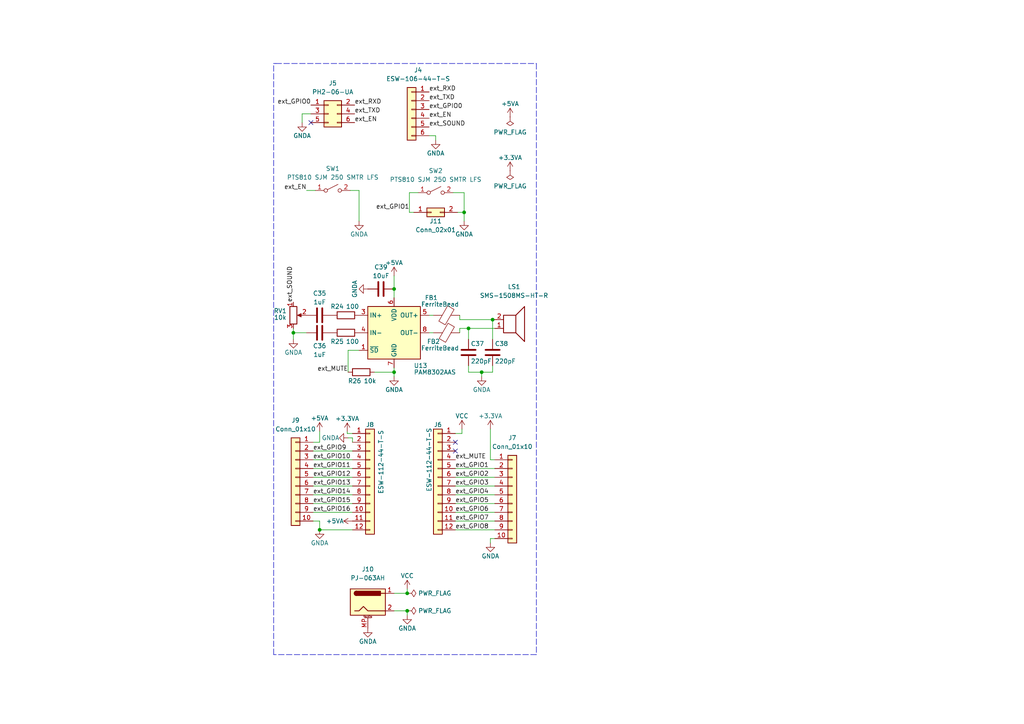
<source format=kicad_sch>
(kicad_sch (version 20211123) (generator eeschema)
  (paper "A4")
  (lib_symbols
    (symbol "Amplifier_Audio:PAM8302AAS"
      (property "Reference" "U" (at 7.62 11.43 0))
      (property "Value" "PAM8302AAS" (at 7.62 8.89 0))
      (symbol "PAM8302AAS_0_1"
        (rectangle (start -7.62 7.62) (end 7.62 -7.62) (stroke (width 0.254)) (fill (type background)))
      )
      (symbol "PAM8302AAS_1_1"
        (pin input line (at -10.16 -5.08 0) (length 2.54) (name "~{SD}") (number "1"))
        (pin no_connect line (at 7.62 -5.08 180) (length 2.54) hide (name "NC") (number "2"))
        (pin input line (at -10.16 5.08 0) (length 2.54) (name "IN+") (number "3"))
        (pin input line (at -10.16 0 0) (length 2.54) (name "IN-") (number "4"))
        (pin output line (at 10.16 5.08 180) (length 2.54) (name "OUT+") (number "5"))
        (pin power_in line (at 0 10.16 270) (length 2.54) (name "VDD") (number "6"))
        (pin power_in line (at 0 -10.16 90) (length 2.54) (name "GND") (number "7"))
        (pin output line (at 10.16 0 180) (length 2.54) (name "OUT-") (number "8"))
      )
    )
    (symbol "Connector:Barrel_Jack_MountingPin" (pin_names hide)
      (property "Reference" "J" (at 0 5.334 0))
      (property "Value" "Barrel_Jack_MountingPin" (at 1.27 -6.35 0))
      (symbol "Barrel_Jack_MountingPin_0_1"
        (rectangle (start -5.08 3.81) (end 5.08 -3.81) (stroke (width 0.254)) (fill (type background)))
        (arc (start -3.302 3.175) (mid -3.937 2.54) (end -3.302 1.905) (stroke (width 0.254)))
        (arc (start -3.302 3.175) (mid -3.937 2.54) (end -3.302 1.905) (stroke (width 0.254)) (fill (type outline)))
        (polyline (pts (xy 5.08 2.54) (xy 3.81 2.54)) (stroke (width 0.254)))
        (polyline (pts (xy -3.81 -2.54) (xy -2.54 -2.54) (xy -1.27 -1.27) (xy 0 -2.54) (xy 2.54 -2.54) (xy 5.08 -2.54)) (stroke (width 0.254)))
        (rectangle (start 3.683 3.175) (end -3.302 1.905) (stroke (width 0.254)) (fill (type outline)))
      )
      (symbol "Barrel_Jack_MountingPin_1_1"
        (polyline (pts (xy -1.016 -4.572) (xy 1.016 -4.572)) (stroke (width 0.1524)))
        (text "Mounting" (at 0 -4.191 0) (effects (font (size 0.381 0.381))))
        (pin passive line (at 7.62 2.54 180) (length 2.54) (name "~") (number "1"))
        (pin passive line (at 7.62 -2.54 180) (length 2.54) (name "~") (number "2"))
        (pin passive line (at 0 -7.62 90) (length 3.048) (name "MountPin") (number "MP"))
      )
    )
    (symbol "Connector_Generic:Conn_01x06" (pin_names (offset 1.016) hide)
      (property "Reference" "J" (at 0 7.62 0))
      (property "Value" "Conn_01x06" (at 0 -10.16 0))
      (symbol "Conn_01x06_1_1"
        (rectangle (start -1.27 -7.493) (end 0 -7.747) (stroke (width 0.1524)))
        (rectangle (start -1.27 -4.953) (end 0 -5.207) (stroke (width 0.1524)))
        (rectangle (start -1.27 -2.413) (end 0 -2.667) (stroke (width 0.1524)))
        (rectangle (start -1.27 0.127) (end 0 -0.127) (stroke (width 0.1524)))
        (rectangle (start -1.27 2.667) (end 0 2.413) (stroke (width 0.1524)))
        (rectangle (start -1.27 5.207) (end 0 4.953) (stroke (width 0.1524)))
        (rectangle (start -1.27 6.35) (end 1.27 -8.89) (stroke (width 0.254)) (fill (type background)))
        (pin passive line (at -5.08 5.08 0) (length 3.81) (name "Pin_1") (number "1"))
        (pin passive line (at -5.08 2.54 0) (length 3.81) (name "Pin_2") (number "2"))
        (pin passive line (at -5.08 0 0) (length 3.81) (name "Pin_3") (number "3"))
        (pin passive line (at -5.08 -2.54 0) (length 3.81) (name "Pin_4") (number "4"))
        (pin passive line (at -5.08 -5.08 0) (length 3.81) (name "Pin_5") (number "5"))
        (pin passive line (at -5.08 -7.62 0) (length 3.81) (name "Pin_6") (number "6"))
      )
    )
    (symbol "Connector_Generic:Conn_01x10" (pin_names (offset 1.016) hide)
      (property "Reference" "J" (at 0 12.7 0))
      (property "Value" "Conn_01x10" (at 0 -15.24 0))
      (symbol "Conn_01x10_1_1"
        (rectangle (start -1.27 -12.573) (end 0 -12.827) (stroke (width 0.1524)))
        (rectangle (start -1.27 -10.033) (end 0 -10.287) (stroke (width 0.1524)))
        (rectangle (start -1.27 -7.493) (end 0 -7.747) (stroke (width 0.1524)))
        (rectangle (start -1.27 -4.953) (end 0 -5.207) (stroke (width 0.1524)))
        (rectangle (start -1.27 -2.413) (end 0 -2.667) (stroke (width 0.1524)))
        (rectangle (start -1.27 0.127) (end 0 -0.127) (stroke (width 0.1524)))
        (rectangle (start -1.27 2.667) (end 0 2.413) (stroke (width 0.1524)))
        (rectangle (start -1.27 5.207) (end 0 4.953) (stroke (width 0.1524)))
        (rectangle (start -1.27 7.747) (end 0 7.493) (stroke (width 0.1524)))
        (rectangle (start -1.27 10.287) (end 0 10.033) (stroke (width 0.1524)))
        (rectangle (start -1.27 11.43) (end 1.27 -13.97) (stroke (width 0.254)) (fill (type background)))
        (pin passive line (at -5.08 10.16 0) (length 3.81) (name "Pin_1") (number "1"))
        (pin passive line (at -5.08 -12.7 0) (length 3.81) (name "Pin_10") (number "10"))
        (pin passive line (at -5.08 7.62 0) (length 3.81) (name "Pin_2") (number "2"))
        (pin passive line (at -5.08 5.08 0) (length 3.81) (name "Pin_3") (number "3"))
        (pin passive line (at -5.08 2.54 0) (length 3.81) (name "Pin_4") (number "4"))
        (pin passive line (at -5.08 0 0) (length 3.81) (name "Pin_5") (number "5"))
        (pin passive line (at -5.08 -2.54 0) (length 3.81) (name "Pin_6") (number "6"))
        (pin passive line (at -5.08 -5.08 0) (length 3.81) (name "Pin_7") (number "7"))
        (pin passive line (at -5.08 -7.62 0) (length 3.81) (name "Pin_8") (number "8"))
        (pin passive line (at -5.08 -10.16 0) (length 3.81) (name "Pin_9") (number "9"))
      )
    )
    (symbol "Connector_Generic:Conn_01x12" (pin_names (offset 1.016) hide)
      (property "Reference" "J" (at 0 15.24 0))
      (property "Value" "Conn_01x12" (at 0 -17.78 0))
      (symbol "Conn_01x12_1_1"
        (rectangle (start -1.27 -15.113) (end 0 -15.367) (stroke (width 0.1524)))
        (rectangle (start -1.27 -12.573) (end 0 -12.827) (stroke (width 0.1524)))
        (rectangle (start -1.27 -10.033) (end 0 -10.287) (stroke (width 0.1524)))
        (rectangle (start -1.27 -7.493) (end 0 -7.747) (stroke (width 0.1524)))
        (rectangle (start -1.27 -4.953) (end 0 -5.207) (stroke (width 0.1524)))
        (rectangle (start -1.27 -2.413) (end 0 -2.667) (stroke (width 0.1524)))
        (rectangle (start -1.27 0.127) (end 0 -0.127) (stroke (width 0.1524)))
        (rectangle (start -1.27 2.667) (end 0 2.413) (stroke (width 0.1524)))
        (rectangle (start -1.27 5.207) (end 0 4.953) (stroke (width 0.1524)))
        (rectangle (start -1.27 7.747) (end 0 7.493) (stroke (width 0.1524)))
        (rectangle (start -1.27 10.287) (end 0 10.033) (stroke (width 0.1524)))
        (rectangle (start -1.27 12.827) (end 0 12.573) (stroke (width 0.1524)))
        (rectangle (start -1.27 13.97) (end 1.27 -16.51) (stroke (width 0.254)) (fill (type background)))
        (pin passive line (at -5.08 12.7 0) (length 3.81) (name "Pin_1") (number "1"))
        (pin passive line (at -5.08 -10.16 0) (length 3.81) (name "Pin_10") (number "10"))
        (pin passive line (at -5.08 -12.7 0) (length 3.81) (name "Pin_11") (number "11"))
        (pin passive line (at -5.08 -15.24 0) (length 3.81) (name "Pin_12") (number "12"))
        (pin passive line (at -5.08 10.16 0) (length 3.81) (name "Pin_2") (number "2"))
        (pin passive line (at -5.08 7.62 0) (length 3.81) (name "Pin_3") (number "3"))
        (pin passive line (at -5.08 5.08 0) (length 3.81) (name "Pin_4") (number "4"))
        (pin passive line (at -5.08 2.54 0) (length 3.81) (name "Pin_5") (number "5"))
        (pin passive line (at -5.08 0 0) (length 3.81) (name "Pin_6") (number "6"))
        (pin passive line (at -5.08 -2.54 0) (length 3.81) (name "Pin_7") (number "7"))
        (pin passive line (at -5.08 -5.08 0) (length 3.81) (name "Pin_8") (number "8"))
        (pin passive line (at -5.08 -7.62 0) (length 3.81) (name "Pin_9") (number "9"))
      )
    )
    (symbol "Connector_Generic:Conn_02x01" (pin_names (offset 1.016) hide)
      (property "Reference" "J" (at 1.27 2.54 0))
      (property "Value" "Conn_02x01" (at 1.27 -2.54 0))
      (symbol "Conn_02x01_1_1"
        (rectangle (start -1.27 0.127) (end 0 -0.127) (stroke (width 0.1524)))
        (rectangle (start -1.27 1.27) (end 3.81 -1.27) (stroke (width 0.254)) (fill (type background)))
        (rectangle (start 3.81 0.127) (end 2.54 -0.127) (stroke (width 0.1524)))
        (pin passive line (at -5.08 0 0) (length 3.81) (name "Pin_1") (number "1"))
        (pin passive line (at 7.62 0 180) (length 3.81) (name "Pin_2") (number "2"))
      )
    )
    (symbol "Connector_Generic:Conn_02x03_Odd_Even" (pin_names (offset 1.016) hide)
      (property "Reference" "J" (at 1.27 5.08 0))
      (property "Value" "Conn_02x03_Odd_Even" (at 1.27 -5.08 0))
      (symbol "Conn_02x03_Odd_Even_1_1"
        (rectangle (start -1.27 -2.413) (end 0 -2.667) (stroke (width 0.1524)))
        (rectangle (start -1.27 0.127) (end 0 -0.127) (stroke (width 0.1524)))
        (rectangle (start -1.27 2.667) (end 0 2.413) (stroke (width 0.1524)))
        (rectangle (start -1.27 3.81) (end 3.81 -3.81) (stroke (width 0.254)) (fill (type background)))
        (rectangle (start 3.81 -2.413) (end 2.54 -2.667) (stroke (width 0.1524)))
        (rectangle (start 3.81 0.127) (end 2.54 -0.127) (stroke (width 0.1524)))
        (rectangle (start 3.81 2.667) (end 2.54 2.413) (stroke (width 0.1524)))
        (pin passive line (at -5.08 2.54 0) (length 3.81) (name "Pin_1") (number "1"))
        (pin passive line (at 7.62 2.54 180) (length 3.81) (name "Pin_2") (number "2"))
        (pin passive line (at -5.08 0 0) (length 3.81) (name "Pin_3") (number "3"))
        (pin passive line (at 7.62 0 180) (length 3.81) (name "Pin_4") (number "4"))
        (pin passive line (at -5.08 -2.54 0) (length 3.81) (name "Pin_5") (number "5"))
        (pin passive line (at 7.62 -2.54 180) (length 3.81) (name "Pin_6") (number "6"))
      )
    )
    (symbol "Device:C" (pin_numbers hide) (pin_names (offset 0.254))
      (property "Reference" "C" (at 0.635 2.54 0))
      (property "Value" "C" (at 0.635 -2.54 0))
      (symbol "C_0_1"
        (polyline (pts (xy -2.032 -0.762) (xy 2.032 -0.762)) (stroke (width 0.508)))
        (polyline (pts (xy -2.032 0.762) (xy 2.032 0.762)) (stroke (width 0.508)))
      )
      (symbol "C_1_1"
        (pin passive line (at 0 3.81 270) (length 2.794) (name "~") (number "1"))
        (pin passive line (at 0 -3.81 90) (length 2.794) (name "~") (number "2"))
      )
    )
    (symbol "Device:FerriteBead" (pin_numbers hide) (pin_names (offset 0))
      (property "Reference" "FB" (at -3.81 0.635 90))
      (property "Value" "FerriteBead" (at 3.81 0 90))
      (symbol "FerriteBead_0_1"
        (polyline (pts (xy 0 -1.27) (xy 0 -1.2192)))
        (polyline (pts (xy 0 1.27) (xy 0 1.2954)))
        (polyline (pts (xy -2.7686 0.4064) (xy -1.7018 2.2606) (xy 2.7686 -0.3048) (xy 1.6764 -2.159) (xy -2.7686 0.4064)))
      )
      (symbol "FerriteBead_1_1"
        (pin passive line (at 0 3.81 270) (length 2.54) (name "~") (number "1"))
        (pin passive line (at 0 -3.81 90) (length 2.54) (name "~") (number "2"))
      )
    )
    (symbol "Device:R" (pin_numbers hide) (pin_names (offset 0))
      (property "Reference" "R" (at 2.032 0 90))
      (property "Value" "R" (at 0 0 90))
      (symbol "R_0_1"
        (rectangle (start -1.016 -2.54) (end 1.016 2.54) (stroke (width 0.254)))
      )
      (symbol "R_1_1"
        (pin passive line (at 0 3.81 270) (length 1.27) (name "~") (number "1"))
        (pin passive line (at 0 -3.81 90) (length 1.27) (name "~") (number "2"))
      )
    )
    (symbol "Device:R_Potentiometer" (pin_names (offset 1.016) hide)
      (property "Reference" "RV" (at -4.445 0 90))
      (property "Value" "R_Potentiometer" (at -2.54 0 90))
      (symbol "R_Potentiometer_0_1"
        (polyline (pts (xy 2.54 0) (xy 1.524 0)))
        (polyline (pts (xy 1.143 0) (xy 2.286 0.508) (xy 2.286 -0.508) (xy 1.143 0)) (fill (type outline)))
        (rectangle (start 1.016 2.54) (end -1.016 -2.54) (stroke (width 0.254)))
      )
      (symbol "R_Potentiometer_1_1"
        (pin passive line (at 0 3.81 270) (length 1.27) (name "1") (number "1"))
        (pin passive line (at 3.81 0 180) (length 1.27) (name "2") (number "2"))
        (pin passive line (at 0 -3.81 90) (length 1.27) (name "3") (number "3"))
      )
    )
    (symbol "Switch:SW_SPST" (pin_names (offset 0) hide)
      (property "Reference" "SW" (at 0 3.175 0))
      (property "Value" "SW_SPST" (at 0 -2.54 0))
      (symbol "SW_SPST_0_0"
        (circle (center -2.032 0) (radius 0.508))
        (polyline (pts (xy -1.524 0.254) (xy 1.524 1.778)))
        (circle (center 2.032 0) (radius 0.508))
      )
      (symbol "SW_SPST_1_1"
        (pin passive line (at -5.08 0 0) (length 2.54) (name "A") (number "1"))
        (pin passive line (at 5.08 0 180) (length 2.54) (name "B") (number "2"))
      )
    )
    (symbol "power:+3.3VA" (power) (pin_names (offset 0))
      (property "Value" "+3.3VA" (at 0 3.556 0))
      (symbol "+3.3VA_0_1"
        (polyline (pts (xy -0.762 1.27) (xy 0 2.54)))
        (polyline (pts (xy 0 0) (xy 0 2.54)))
        (polyline (pts (xy 0 2.54) (xy 0.762 1.27)))
      )
      (symbol "+3.3VA_1_1"
        (pin power_in line (at 0 0 90) (length 0) hide (name "+3.3VA") (number "1"))
      )
    )
    (symbol "power:+5VA" (power) (pin_names (offset 0))
      (property "Value" "+5VA" (at 0 3.556 0))
      (symbol "+5VA_0_1"
        (polyline (pts (xy -0.762 1.27) (xy 0 2.54)))
        (polyline (pts (xy 0 0) (xy 0 2.54)))
        (polyline (pts (xy 0 2.54) (xy 0.762 1.27)))
      )
      (symbol "+5VA_1_1"
        (pin power_in line (at 0 0 90) (length 0) hide (name "+5VA") (number "1"))
      )
    )
    (symbol "power:GNDA" (power) (pin_names (offset 0))
      (property "Value" "GNDA" (at 0 -3.81 0))
      (symbol "GNDA_0_1"
        (polyline (pts (xy 0 0) (xy 0 -1.27) (xy 1.27 -1.27) (xy 0 -2.54) (xy -1.27 -1.27) (xy 0 -1.27)))
      )
      (symbol "GNDA_1_1"
        (pin power_in line (at 0 0 270) (length 0) hide (name "GNDA") (number "1"))
      )
    )
    (symbol "power:PWR_FLAG" (power) (pin_numbers hide) (pin_names (offset 0) hide)
      (property "Value" "PWR_FLAG" (at 0 3.81 0))
      (symbol "PWR_FLAG_0_0"
        (pin power_out line (at 0 0 90) (length 0) (name "pwr") (number "1"))
      )
      (symbol "PWR_FLAG_0_1"
        (polyline (pts (xy 0 0) (xy 0 1.27) (xy -1.016 1.905) (xy 0 2.54) (xy 1.016 1.905) (xy 0 1.27)))
      )
    )
    (symbol "power:VCC" (power) (pin_names (offset 0))
      (property "Value" "VCC" (at 0 3.81 0))
      (symbol "VCC_0_1"
        (polyline (pts (xy -0.762 1.27) (xy 0 2.54)))
        (polyline (pts (xy 0 0) (xy 0 2.54)))
        (polyline (pts (xy 0 2.54) (xy 0.762 1.27)))
      )
      (symbol "VCC_1_1"
        (pin power_in line (at 0 0 90) (length 0) hide (name "VCC") (number "1"))
      )
    )
    (symbol "starman:SMS-1508MS-HT-R" (pin_names (offset 0) hide)
      (property "Reference" "LS" (at -1.27 6.35 0))
      (property "Value" "SMS-1508MS-HT-R" (at -1.27 3.81 0))
      (symbol "SMS-1508MS-HT-R_0_0"
        (rectangle (start -2.54 1.27) (end 1.016 -3.81) (stroke (width 0.254)))
        (polyline (pts (xy 1.016 1.27) (xy 3.556 3.81) (xy 3.556 -6.35) (xy 1.016 -3.81)) (stroke (width 0.254)))
      )
      (symbol "SMS-1508MS-HT-R_1_1"
        (pin input line (at -5.08 0 0) (length 2.54) (name "1") (number "1"))
        (pin input line (at -5.08 -2.54 0) (length 2.54) (name "2") (number "2"))
        (pin no_connect line (at 0 3.81 270) (length 2.54) hide (name "3") (number "3"))
        (pin no_connect line (at 0 -6.35 90) (length 2.54) hide (name "4") (number "4"))
      )
    )
  )
  (junction (at 114.3 83.82))
  (junction (at 139.7 107.95))
  (junction (at 118.11 172.085))
  (junction (at 135.89 95.25))
  (junction (at 118.11 177.165))
  (junction (at 142.875 92.71))
  (junction (at 114.3 107.95))
  (junction (at 134.62 61.595))
  (junction (at 92.71 153.67))
  (junction (at 85.09 96.52))
  (no_connect (at 132.08 130.81))
  (no_connect (at 90.17 35.56))
  (no_connect (at 132.08 128.27))
  (wire (pts (xy 124.46 39.37) (xy 126.365 39.37)))
  (wire (pts (xy 133.35 95.25) (xy 133.35 96.52)))
  (wire (pts (xy 100.965 101.6) (xy 100.965 107.95)))
  (wire (pts (xy 102.235 146.05) (xy 90.805 146.05)))
  (wire (pts (xy 114.3 107.95) (xy 114.3 109.22)))
  (wire (pts (xy 133.985 124.46) (xy 133.985 125.73)))
  (wire (pts (xy 92.71 125.095) (xy 92.71 128.27)))
  (wire (pts (xy 143.51 143.51) (xy 132.08 143.51)))
  (polyline (pts (xy 155.575 189.865) (xy 79.375 189.865)))
  (wire (pts (xy 124.46 91.44) (xy 125.73 91.44)))
  (wire (pts (xy 142.24 156.21) (xy 143.51 156.21)))
  (wire (pts (xy 88.9 55.245) (xy 91.44 55.245)))
  (wire (pts (xy 92.71 128.27) (xy 90.805 128.27)))
  (wire (pts (xy 102.235 135.89) (xy 90.805 135.89)))
  (wire (pts (xy 114.3 106.68) (xy 114.3 107.95)))
  (wire (pts (xy 118.11 172.085) (xy 118.11 170.815)))
  (wire (pts (xy 135.89 107.95) (xy 139.7 107.95)))
  (wire (pts (xy 126.365 39.37) (xy 126.365 40.64)))
  (wire (pts (xy 124.46 96.52) (xy 125.73 96.52)))
  (wire (pts (xy 143.51 140.97) (xy 132.08 140.97)))
  (wire (pts (xy 135.89 95.25) (xy 135.89 98.425)))
  (polyline (pts (xy 79.375 18.415) (xy 80.01 18.415)))
  (wire (pts (xy 104.14 101.6) (xy 100.965 101.6)))
  (wire (pts (xy 143.51 148.59) (xy 132.08 148.59)))
  (wire (pts (xy 134.62 61.595) (xy 134.62 55.88)))
  (wire (pts (xy 102.235 138.43) (xy 90.805 138.43)))
  (wire (pts (xy 133.35 91.44) (xy 133.35 92.71)))
  (wire (pts (xy 142.875 92.71) (xy 143.51 92.71)))
  (wire (pts (xy 90.17 33.02) (xy 87.63 33.02)))
  (wire (pts (xy 142.24 157.48) (xy 142.24 156.21)))
  (wire (pts (xy 135.89 106.045) (xy 135.89 107.95)))
  (wire (pts (xy 85.09 96.52) (xy 88.9 96.52)))
  (wire (pts (xy 102.235 140.97) (xy 90.805 140.97)))
  (wire (pts (xy 101.6 55.245) (xy 104.14 55.245)))
  (wire (pts (xy 135.89 95.25) (xy 143.51 95.25)))
  (wire (pts (xy 108.585 107.95) (xy 114.3 107.95)))
  (wire (pts (xy 139.7 107.95) (xy 139.7 109.22)))
  (wire (pts (xy 118.11 177.165) (xy 118.11 178.435)))
  (wire (pts (xy 87.63 33.02) (xy 87.63 35.56)))
  (wire (pts (xy 142.24 124.46) (xy 142.24 133.35)))
  (wire (pts (xy 142.875 92.71) (xy 142.875 98.425)))
  (wire (pts (xy 102.235 133.35) (xy 90.805 133.35)))
  (wire (pts (xy 92.71 153.67) (xy 102.235 153.67)))
  (wire (pts (xy 132.08 138.43) (xy 143.51 138.43)))
  (wire (pts (xy 114.3 80.01) (xy 114.3 83.82)))
  (wire (pts (xy 132.715 61.595) (xy 134.62 61.595)))
  (wire (pts (xy 142.24 133.35) (xy 143.51 133.35)))
  (polyline (pts (xy 79.375 189.865) (xy 79.375 18.415)))
  (wire (pts (xy 114.3 83.82) (xy 114.3 86.36)))
  (polyline (pts (xy 80.01 18.415) (xy 155.575 18.415)))
  (polyline (pts (xy 155.575 18.415) (xy 155.575 189.865)))
  (wire (pts (xy 118.745 61.595) (xy 120.015 61.595)))
  (wire (pts (xy 132.08 125.73) (xy 133.985 125.73)))
  (wire (pts (xy 139.7 107.95) (xy 142.875 107.95)))
  (wire (pts (xy 114.3 172.085) (xy 118.11 172.085)))
  (wire (pts (xy 143.51 151.13) (xy 132.08 151.13)))
  (wire (pts (xy 142.875 107.95) (xy 142.875 106.045)))
  (wire (pts (xy 102.235 125.73) (xy 100.711 125.73)))
  (wire (pts (xy 90.805 151.13) (xy 92.71 151.13)))
  (wire (pts (xy 134.62 61.595) (xy 134.62 64.135)))
  (wire (pts (xy 143.51 135.89) (xy 132.08 135.89)))
  (wire (pts (xy 102.235 148.59) (xy 90.805 148.59)))
  (wire (pts (xy 143.51 153.67) (xy 132.08 153.67)))
  (wire (pts (xy 134.62 55.88) (xy 131.445 55.88)))
  (wire (pts (xy 102.235 130.81) (xy 90.805 130.81)))
  (wire (pts (xy 118.745 55.88) (xy 121.285 55.88)))
  (wire (pts (xy 92.71 151.13) (xy 92.71 153.67)))
  (wire (pts (xy 133.35 92.71) (xy 142.875 92.71)))
  (wire (pts (xy 104.14 55.245) (xy 104.14 64.135)))
  (wire (pts (xy 143.51 146.05) (xy 132.08 146.05)))
  (wire (pts (xy 114.3 177.165) (xy 118.11 177.165)))
  (wire (pts (xy 85.09 96.52) (xy 85.09 98.425)))
  (wire (pts (xy 100.711 125.73) (xy 100.711 125.222)))
  (wire (pts (xy 118.745 55.88) (xy 118.745 61.595)))
  (wire (pts (xy 100.965 127) (xy 102.235 127)))
  (wire (pts (xy 85.09 95.25) (xy 85.09 96.52)))
  (wire (pts (xy 102.235 143.51) (xy 90.805 143.51)))
  (wire (pts (xy 133.35 95.25) (xy 135.89 95.25)))
  (wire (pts (xy 102.235 127) (xy 102.235 128.27)))
  (label "ext_GPIO1" (at 132.08 135.89 0))
  (label "ext_MUTE" (at 132.08 133.35 0))
  (label "ext_GPIO0" (at 90.17 30.48 180))
  (label "ext_GPIO8" (at 132.08 153.67 0))
  (label "ext_TXD" (at 124.46 29.21 0))
  (label "ext_GPIO3" (at 132.08 140.97 0))
  (label "ext_GPIO2" (at 132.08 138.43 0))
  (label "ext_SOUND" (at 85.09 87.63 90))
  (label "ext_MUTE" (at 100.965 107.95 180))
  (label "ext_GPIO4" (at 132.08 143.51 0))
  (label "ext_RXD" (at 102.87 30.48 0))
  (label "ext_GPIO14" (at 90.805 143.51 0))
  (label "ext_GPIO11" (at 90.805 135.89 0))
  (label "ext_GPIO13" (at 90.805 140.97 0))
  (label "ext_GPIO6" (at 132.08 148.59 0))
  (label "ext_GPIO0" (at 124.46 31.75 0))
  (label "ext_GPIO7" (at 132.08 151.13 0))
  (label "ext_GPIO15" (at 90.805 146.05 0))
  (label "ext_GPIO5" (at 132.08 146.05 0))
  (label "ext_GPIO16" (at 90.805 148.59 0))
  (label "ext_GPIO10" (at 90.805 133.35 0))
  (label "ext_EN" (at 88.9 55.245 180))
  (label "ext_SOUND" (at 124.46 36.83 0))
  (label "ext_GPIO1" (at 118.745 60.96 180))
  (label "ext_TXD" (at 102.87 33.02 0))
  (label "ext_RXD" (at 124.46 26.67 0))
  (label "ext_EN" (at 102.87 35.56 0))
  (label "ext_EN" (at 124.46 34.29 0))
  (label "ext_GPIO12" (at 90.805 138.43 0))
  (label "ext_GPIO9" (at 90.805 130.81 0))
  (symbol (lib_id "power:PWR_FLAG") (at 147.955 49.53 180) (unit 1)
    (property "Reference" "#FLG03" (effects hide))
    (property "Value" "PWR_FLAG" (at 147.955 53.975 0))
  )
  (symbol (lib_id "power:+5VA") (at 114.3 80.01 0) (unit 1)
    (property "Reference" "#PWR032" (effects hide))
    (property "Value" "+5VA" (at 114.3 76.2 0))
  )
  (symbol (lib_id "power:+3.3VA") (at 147.955 49.53 0) (unit 1)
    (property "Reference" "#PWR018" (effects hide))
    (property "Value" "+3.3VA" (at 147.955 45.72 0))
  )
  (symbol (lib_id "Device:FerriteBead") (at 129.54 91.44 90) (unit 1)
    (property "Reference" "FB1" (at 125.095 86.36 90))
    (property "Value" "FerriteBead" (at 127.635 88.265 90))
    (property "Footprint" "Capacitor_SMD:C_0805_2012Metric" (effects hide))
  )
  (symbol (lib_id "Device:R") (at 100.33 91.44 270) (unit 1)
    (property "Reference" "R24" (at 97.79 88.9 90))
    (property "Value" "100" (at 102.235 88.9 90))
    (property "Footprint" "Resistor_SMD:R_0805_2012Metric" (effects hide))
  )
  (symbol (lib_id "Connector_Generic:Conn_01x06") (at 119.38 31.75 0) (mirror y) (unit 1)
    (property "Reference" "J4" (at 121.285 20.32 0))
    (property "Value" "ESW-106-44-T-S" (at 121.285 22.86 0))
    (property "Footprint" "Connector_PinSocket_2.54mm:PinSocket_1x06_P2.54mm_Vertical" (effects hide))
  )
  (symbol (lib_id "power:PWR_FLAG") (at 118.11 177.165 270) (unit 1)
    (property "Reference" "#FLG05" (effects hide))
    (property "Value" "PWR_FLAG" (at 121.285 177.1649 90) (effects (justify left)))
  )
  (symbol (lib_id "Connector_Generic:Conn_01x12") (at 107.315 138.43 0) (unit 1)
    (property "Reference" "J8" (at 107.315 123.19 0))
    (property "Value" "ESW-112-44-T-S" (at 110.49 133.985 90))
    (property "Footprint" "Connector_PinSocket_2.54mm:PinSocket_1x12_P2.54mm_Vertical" (effects hide))
  )
  (symbol (lib_id "Device:C") (at 135.89 102.235 0) (unit 1)
    (property "Reference" "C37" (at 136.525 99.695 0) (effects (justify left)))
    (property "Value" "220pF" (at 136.525 104.775 0) (effects (justify left)))
    (property "Footprint" "Capacitor_SMD:C_0805_2012Metric" (effects hide))
  )
  (symbol (lib_id "power:VCC") (at 133.985 124.46 0) (unit 1)
    (property "Reference" "#PWR021" (effects hide))
    (property "Value" "VCC" (at 133.985 120.65 0))
  )
  (symbol (lib_id "power:GNDA") (at 87.63 35.56 0) (unit 1)
    (property "Reference" "#PWR016" (effects hide))
    (property "Value" "GNDA" (at 87.63 39.37 0))
  )
  (symbol (lib_id "Device:R_Potentiometer") (at 85.09 91.44 0) (unit 1)
    (property "Reference" "RV1" (at 81.28 90.17 0))
    (property "Value" "10k" (at 81.28 92.075 0))
    (property "Footprint" "Potentiometer_THT:Potentiometer_Bourns_3339P_Vertical" (effects hide))
    (property "Datasheet" "https://www.bourns.com/docs/Product-Datasheets/3362.pdf" (effects hide))
  )
  (symbol (lib_id "Device:C") (at 142.875 102.235 0) (unit 1)
    (property "Reference" "C38" (at 143.51 99.695 0) (effects (justify left)))
    (property "Value" "220pF" (at 143.51 104.775 0) (effects (justify left)))
    (property "Footprint" "Capacitor_SMD:C_0805_2012Metric" (effects hide))
  )
  (symbol (lib_id "power:+5VA") (at 102.235 151.13 90) (mirror x) (unit 1)
    (property "Reference" "#PWR029" (effects hide))
    (property "Value" "+5VA" (at 97.155 151.13 90))
  )
  (symbol (lib_id "Connector_Generic:Conn_02x03_Odd_Even") (at 95.25 33.02 0) (unit 1)
    (property "Reference" "J5" (at 96.52 24.13 0))
    (property "Value" "PH2-06-UA" (at 96.52 26.67 0))
    (property "Footprint" "Connector_PinHeader_2.54mm:PinHeader_2x03_P2.54mm_Vertical" (effects hide))
  )
  (symbol (lib_id "power:GNDA") (at 106.68 83.82 270) (unit 1)
    (property "Reference" "#PWR033" (effects hide))
    (property "Value" "GNDA" (at 102.87 83.82 0))
  )
  (symbol (lib_id "power:+3.3VA") (at 100.711 125.222 0) (unit 1)
    (property "Reference" "#PWR024" (effects hide))
    (property "Value" "+3.3VA" (at 100.711 121.412 0))
  )
  (symbol (lib_id "Device:C") (at 110.49 83.82 270) (unit 1)
    (property "Reference" "C39" (at 110.49 77.47 90))
    (property "Value" "10uF" (at 110.49 80.01 90))
    (property "Footprint" "Capacitor_SMD:C_0805_2012Metric" (effects hide))
  )
  (symbol (lib_id "starman:SMS-1508MS-HT-R") (at 148.59 95.25 0) (mirror x) (unit 1)
    (property "Reference" "LS1" (at 149.098 83.185 0))
    (property "Value" "SMS-1508MS-HT-R" (at 149.098 85.725 0))
    (property "Footprint" "starman:SPKR_SMS-1508MS-HT-R" (effects hide))
  )
  (symbol (lib_id "power:GNDA") (at 106.68 182.245 0) (unit 1)
    (property "Reference" "#PWR074" (effects hide))
    (property "Value" "GNDA" (at 106.68 186.055 0))
  )
  (symbol (lib_id "power:+5VA") (at 92.71 125.095 0) (unit 1)
    (property "Reference" "#PWR023" (effects hide))
    (property "Value" "+5VA" (at 92.71 121.285 0))
  )
  (symbol (lib_id "power:GNDA") (at 92.71 153.67 0) (unit 1)
    (property "Reference" "#PWR030" (effects hide))
    (property "Value" "GNDA" (at 92.71 157.48 0))
  )
  (symbol (lib_id "Connector:Barrel_Jack_MountingPin") (at 106.68 174.625 0) (unit 1)
    (property "Reference" "J10" (at 106.68 165.1 0))
    (property "Value" "PJ-063AH" (at 106.68 167.64 0))
    (property "Footprint" "Connector_BarrelJack:BarrelJack_CUI_PJ-063AH_Horizontal" (effects hide))
  )
  (symbol (lib_id "power:GNDA") (at 104.14 64.135 0) (unit 1)
    (property "Reference" "#PWR019" (effects hide))
    (property "Value" "GNDA" (at 104.14 67.945 0))
  )
  (symbol (lib_id "power:GNDA") (at 142.24 157.48 0) (unit 1)
    (property "Reference" "#PWR031" (effects hide))
    (property "Value" "GNDA" (at 142.24 161.29 0))
  )
  (symbol (lib_id "Connector_Generic:Conn_01x12") (at 127 138.43 0) (mirror y) (unit 1)
    (property "Reference" "J6" (at 127 123.19 0))
    (property "Value" "ESW-112-44-T-S" (at 124.46 133.35 90))
    (property "Footprint" "Connector_PinSocket_2.54mm:PinSocket_1x12_P2.54mm_Vertical" (effects hide))
  )
  (symbol (lib_id "power:GNDA") (at 126.365 40.64 0) (unit 1)
    (property "Reference" "#PWR017" (effects hide))
    (property "Value" "GNDA" (at 126.365 44.45 0))
  )
  (symbol (lib_id "Device:C") (at 92.71 91.44 270) (unit 1)
    (property "Reference" "C35" (at 92.71 85.09 90))
    (property "Value" "1uF" (at 92.71 87.63 90))
    (property "Footprint" "Capacitor_SMD:C_0805_2012Metric" (effects hide))
  )
  (symbol (lib_id "Amplifier_Audio:PAM8302AAS") (at 114.3 96.52 0) (unit 1)
    (property "Reference" "U13" (at 120.015 106.045 0) (effects (justify left)))
    (property "Value" "PAM8302AAS" (at 120.015 107.95 0) (effects (justify left)))
    (property "Footprint" "Package_SO:SOP-8_3.9x4.9mm_P1.27mm" (effects hide))
    (property "Datasheet" "https://www.diodes.com/assets/Datasheets/PAM8302A.pdf" (effects hide))
  )
  (symbol (lib_id "Switch:SW_SPST") (at 126.365 55.88 0) (unit 1)
    (property "Reference" "SW2" (at 126.365 49.53 0))
    (property "Value" "PTS810 SJM 250 SMTR LFS" (at 126.365 52.07 0))
    (property "Footprint" "Button_Switch_SMD:SW_SPST_PTS810" (effects hide))
  )
  (symbol (lib_id "Device:R") (at 104.775 107.95 270) (mirror x) (unit 1)
    (property "Reference" "R26" (at 102.87 110.49 90))
    (property "Value" "10k" (at 107.315 110.49 90))
    (property "Footprint" "Resistor_SMD:R_0805_2012Metric" (effects hide))
  )
  (symbol (lib_id "Connector_Generic:Conn_02x01") (at 125.095 61.595 0) (unit 1)
    (property "Reference" "J11" (at 126.365 64.135 0))
    (property "Value" "Conn_02x01" (at 126.365 66.675 0))
    (property "Footprint" "Connector_PinHeader_2.54mm:PinHeader_1x02_P2.54mm_Vertical" (effects hide))
  )
  (symbol (lib_id "power:PWR_FLAG") (at 147.955 33.909 180) (unit 1)
    (property "Reference" "#FLG01" (effects hide))
    (property "Value" "PWR_FLAG" (at 147.955 38.354 0))
  )
  (symbol (lib_id "power:GNDA") (at 114.3 109.22 0) (unit 1)
    (property "Reference" "#PWR070" (effects hide))
    (property "Value" "GNDA" (at 114.3 113.03 0))
  )
  (symbol (lib_id "power:GNDA") (at 134.62 64.135 0) (unit 1)
    (property "Reference" "#PWR020" (effects hide))
    (property "Value" "GNDA" (at 134.62 67.945 0))
  )
  (symbol (lib_id "Switch:SW_SPST") (at 96.52 55.245 0) (unit 1)
    (property "Reference" "SW1" (at 96.52 48.895 0))
    (property "Value" "PTS810 SJM 250 SMTR LFS" (at 96.52 51.435 0))
    (property "Footprint" "Button_Switch_SMD:SW_SPST_PTS810" (effects hide))
  )
  (symbol (lib_id "power:VCC") (at 118.11 170.815 0) (unit 1)
    (property "Reference" "#PWR072" (effects hide))
    (property "Value" "VCC" (at 118.11 167.005 0))
  )
  (symbol (lib_id "power:GNDA") (at 118.11 178.435 0) (unit 1)
    (property "Reference" "#PWR073" (effects hide))
    (property "Value" "GNDA" (at 118.11 182.245 0))
  )
  (symbol (lib_id "Device:C") (at 92.71 96.52 270) (unit 1)
    (property "Reference" "C36" (at 92.71 100.33 90))
    (property "Value" "1uF" (at 92.71 102.87 90))
    (property "Footprint" "Capacitor_SMD:C_0805_2012Metric" (effects hide))
  )
  (symbol (lib_id "power:+5VA") (at 147.955 33.909 0) (mirror y) (unit 1)
    (property "Reference" "#PWR015" (effects hide))
    (property "Value" "+5VA" (at 147.955 30.099 0))
  )
  (symbol (lib_id "Connector_Generic:Conn_01x10") (at 85.725 138.43 0) (mirror y) (unit 1)
    (property "Reference" "J9" (at 85.725 121.92 0))
    (property "Value" "Conn_01x10" (at 85.725 124.46 0))
    (property "Footprint" "Connector_PinHeader_2.54mm:PinHeader_1x10_P2.54mm_Vertical" (effects hide))
  )
  (symbol (lib_id "power:GNDA") (at 100.965 127 270) (unit 1)
    (property "Reference" "#PWR025" (effects hide))
    (property "Value" "GNDA" (at 95.885 127 90))
  )
  (symbol (lib_id "Connector_Generic:Conn_01x10") (at 148.59 143.51 0) (unit 1)
    (property "Reference" "J7" (at 148.59 127 0))
    (property "Value" "Conn_01x10" (at 148.59 129.54 0))
    (property "Footprint" "Connector_PinHeader_2.54mm:PinHeader_1x10_P2.54mm_Vertical" (effects hide))
  )
  (symbol (lib_id "power:GNDA") (at 85.09 98.425 0) (unit 1)
    (property "Reference" "#PWR065" (effects hide))
    (property "Value" "GNDA" (at 85.09 102.235 0))
  )
  (symbol (lib_id "Device:FerriteBead") (at 129.54 96.52 270) (unit 1)
    (property "Reference" "FB2" (at 125.73 99.06 90))
    (property "Value" "FerriteBead" (at 127.635 100.965 90))
    (property "Footprint" "Capacitor_SMD:C_0805_2012Metric" (effects hide))
  )
  (symbol (lib_id "power:PWR_FLAG") (at 118.11 172.085 270) (unit 1)
    (property "Reference" "#FLG04" (effects hide))
    (property "Value" "PWR_FLAG" (at 121.285 172.0849 90) (effects (justify left)))
  )
  (symbol (lib_id "power:+3.3VA") (at 142.24 124.46 0) (unit 1)
    (property "Reference" "#PWR022" (effects hide))
    (property "Value" "+3.3VA" (at 142.24 120.65 0))
  )
  (symbol (lib_id "power:GNDA") (at 139.7 109.22 0) (unit 1)
    (property "Reference" "#PWR071" (effects hide))
    (property "Value" "GNDA" (at 139.7 113.03 0))
  )
  (symbol (lib_id "Device:R") (at 100.33 96.52 270) (unit 1)
    (property "Reference" "R25" (at 97.79 99.06 90))
    (property "Value" "100" (at 102.235 99.06 90))
    (property "Footprint" "Resistor_SMD:R_0805_2012Metric" (effects hide))
  )
)
</source>
